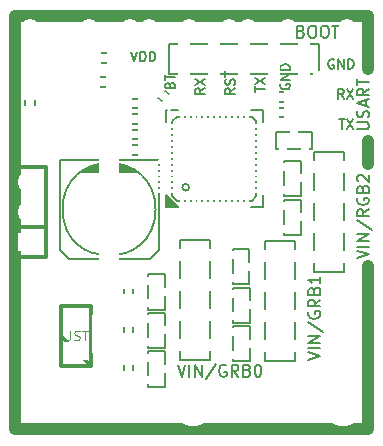
<source format=gto>
G04 #@! TF.FileFunction,Legend,Top*
%FSLAX46Y46*%
G04 Gerber Fmt 4.6, Leading zero omitted, Abs format (unit mm)*
G04 Created by KiCad (PCBNEW (2015-03-13 BZR 5510)-product) date tis  3 nov 2015 15:17:31*
%MOMM*%
G01*
G04 APERTURE LIST*
%ADD10C,0.100000*%
%ADD11C,1.000000*%
%ADD12C,0.150000*%
%ADD13C,0.200000*%
%ADD14C,0.198120*%
%ADD15C,0.127000*%
%ADD16C,0.149860*%
%ADD17C,0.304800*%
%ADD18R,3.550000X1.120000*%
%ADD19O,4.100500X2.098980*%
%ADD20O,2.098980X4.100500*%
%ADD21O,2.098980X4.600880*%
%ADD22O,1.400000X1.900000*%
%ADD23R,1.120000X3.550000*%
%ADD24R,1.700200X4.100500*%
%ADD25R,0.999160X1.100760*%
%ADD26R,1.100760X0.699440*%
%ADD27R,0.699440X1.100760*%
%ADD28R,1.100760X0.999160*%
%ADD29C,3.100000*%
%ADD30R,0.399720X1.400480*%
%ADD31R,1.400480X0.399720*%
%ADD32R,2.299640X1.624000*%
%ADD33O,2.299640X1.624000*%
G04 APERTURE END LIST*
D10*
D11*
X148320000Y-110240000D02*
X148320000Y-107210000D01*
X148320000Y-97440000D02*
X148320000Y-98560000D01*
X122260000Y-118260000D02*
X122810000Y-118260000D01*
X148320000Y-97670000D02*
X148320000Y-96580000D01*
X148320000Y-120990000D02*
X148320000Y-109560000D01*
X148320000Y-97490000D02*
X148320000Y-96980000D01*
X148320000Y-86020000D02*
X148320000Y-90450000D01*
X118400000Y-86020000D02*
X148320000Y-86020000D01*
X118400000Y-121010000D02*
X118400000Y-86020000D01*
X148320000Y-121010000D02*
X118400000Y-121010000D01*
X148320000Y-120880000D02*
X148320000Y-121010000D01*
D12*
X131512857Y-91837619D02*
X131550952Y-91723333D01*
X131589048Y-91685238D01*
X131665238Y-91647143D01*
X131779524Y-91647143D01*
X131855714Y-91685238D01*
X131893810Y-91723333D01*
X131931905Y-91799524D01*
X131931905Y-92104286D01*
X131131905Y-92104286D01*
X131131905Y-91837619D01*
X131170000Y-91761429D01*
X131208095Y-91723333D01*
X131284286Y-91685238D01*
X131360476Y-91685238D01*
X131436667Y-91723333D01*
X131474762Y-91761429D01*
X131512857Y-91837619D01*
X131512857Y-92104286D01*
X131131905Y-91418572D02*
X131131905Y-90961429D01*
X131931905Y-91190000D02*
X131131905Y-91190000D01*
X137011905Y-92138095D02*
X136630952Y-92404762D01*
X137011905Y-92595238D02*
X136211905Y-92595238D01*
X136211905Y-92290476D01*
X136250000Y-92214285D01*
X136288095Y-92176190D01*
X136364286Y-92138095D01*
X136478571Y-92138095D01*
X136554762Y-92176190D01*
X136592857Y-92214285D01*
X136630952Y-92290476D01*
X136630952Y-92595238D01*
X136973810Y-91833333D02*
X137011905Y-91719047D01*
X137011905Y-91528571D01*
X136973810Y-91452381D01*
X136935714Y-91414285D01*
X136859524Y-91376190D01*
X136783333Y-91376190D01*
X136707143Y-91414285D01*
X136669048Y-91452381D01*
X136630952Y-91528571D01*
X136592857Y-91680952D01*
X136554762Y-91757143D01*
X136516667Y-91795238D01*
X136440476Y-91833333D01*
X136364286Y-91833333D01*
X136288095Y-91795238D01*
X136250000Y-91757143D01*
X136211905Y-91680952D01*
X136211905Y-91490476D01*
X136250000Y-91376190D01*
X136211905Y-91147619D02*
X136211905Y-90690476D01*
X137011905Y-90919047D02*
X136211905Y-90919047D01*
X134471905Y-92123333D02*
X134090952Y-92390000D01*
X134471905Y-92580476D02*
X133671905Y-92580476D01*
X133671905Y-92275714D01*
X133710000Y-92199523D01*
X133748095Y-92161428D01*
X133824286Y-92123333D01*
X133938571Y-92123333D01*
X134014762Y-92161428D01*
X134052857Y-92199523D01*
X134090952Y-92275714D01*
X134090952Y-92580476D01*
X133671905Y-91856666D02*
X134471905Y-91323333D01*
X133671905Y-91323333D02*
X134471905Y-91856666D01*
X138731905Y-92419524D02*
X138731905Y-91962381D01*
X139531905Y-92190952D02*
X138731905Y-92190952D01*
X138731905Y-91771904D02*
X139531905Y-91238571D01*
X138731905Y-91238571D02*
X139531905Y-91771904D01*
X140910000Y-91769523D02*
X140871905Y-91845714D01*
X140871905Y-91959999D01*
X140910000Y-92074285D01*
X140986190Y-92150476D01*
X141062381Y-92188571D01*
X141214762Y-92226666D01*
X141329048Y-92226666D01*
X141481429Y-92188571D01*
X141557619Y-92150476D01*
X141633810Y-92074285D01*
X141671905Y-91959999D01*
X141671905Y-91883809D01*
X141633810Y-91769523D01*
X141595714Y-91731428D01*
X141329048Y-91731428D01*
X141329048Y-91883809D01*
X141671905Y-91388571D02*
X140871905Y-91388571D01*
X141671905Y-90931428D01*
X140871905Y-90931428D01*
X141671905Y-90550476D02*
X140871905Y-90550476D01*
X140871905Y-90360000D01*
X140910000Y-90245714D01*
X140986190Y-90169523D01*
X141062381Y-90131428D01*
X141214762Y-90093333D01*
X141329048Y-90093333D01*
X141481429Y-90131428D01*
X141557619Y-90169523D01*
X141633810Y-90245714D01*
X141671905Y-90360000D01*
X141671905Y-90550476D01*
X145850476Y-94761905D02*
X146307619Y-94761905D01*
X146079048Y-95561905D02*
X146079048Y-94761905D01*
X146498096Y-94761905D02*
X147031429Y-95561905D01*
X147031429Y-94761905D02*
X146498096Y-95561905D01*
X146236667Y-93001905D02*
X145970000Y-92620952D01*
X145779524Y-93001905D02*
X145779524Y-92201905D01*
X146084286Y-92201905D01*
X146160477Y-92240000D01*
X146198572Y-92278095D01*
X146236667Y-92354286D01*
X146236667Y-92468571D01*
X146198572Y-92544762D01*
X146160477Y-92582857D01*
X146084286Y-92620952D01*
X145779524Y-92620952D01*
X146503334Y-92201905D02*
X147036667Y-93001905D01*
X147036667Y-92201905D02*
X146503334Y-93001905D01*
X145380477Y-89700000D02*
X145304286Y-89661905D01*
X145190001Y-89661905D01*
X145075715Y-89700000D01*
X144999524Y-89776190D01*
X144961429Y-89852381D01*
X144923334Y-90004762D01*
X144923334Y-90119048D01*
X144961429Y-90271429D01*
X144999524Y-90347619D01*
X145075715Y-90423810D01*
X145190001Y-90461905D01*
X145266191Y-90461905D01*
X145380477Y-90423810D01*
X145418572Y-90385714D01*
X145418572Y-90119048D01*
X145266191Y-90119048D01*
X145761429Y-90461905D02*
X145761429Y-89661905D01*
X146218572Y-90461905D01*
X146218572Y-89661905D01*
X146599524Y-90461905D02*
X146599524Y-89661905D01*
X146790000Y-89661905D01*
X146904286Y-89700000D01*
X146980477Y-89776190D01*
X147018572Y-89852381D01*
X147056667Y-90004762D01*
X147056667Y-90119048D01*
X147018572Y-90271429D01*
X146980477Y-90347619D01*
X146904286Y-90423810D01*
X146790000Y-90461905D01*
X146599524Y-90461905D01*
D13*
X144100000Y-89880000D02*
X144100000Y-90920000D01*
X144100000Y-90920000D02*
X143960000Y-90920000D01*
X131400000Y-90920000D02*
X143980000Y-90920000D01*
X131400000Y-88380000D02*
X131400000Y-90920000D01*
D14*
X131400000Y-88380000D02*
X144100000Y-88380000D01*
X144100000Y-89880000D02*
X144100000Y-88380000D01*
X131400000Y-88380000D02*
X131400000Y-89880000D01*
D15*
X127376000Y-98560000D02*
X125344000Y-98560000D01*
X124963000Y-98687000D02*
X127757000Y-98687000D01*
X128011000Y-98814000D02*
X124709000Y-98814000D01*
X124455000Y-98941000D02*
X128265000Y-98941000D01*
X124328000Y-99068000D02*
X128392000Y-99068000D01*
X128646000Y-99195000D02*
X124074000Y-99195000D01*
X130297000Y-102370000D02*
G75*
G03X130297000Y-102370000I-3937000J0D01*
G01*
X130551000Y-98179000D02*
X122169000Y-98179000D01*
X122169000Y-98179000D02*
X122169000Y-105799000D01*
X122169000Y-105799000D02*
X122931000Y-106561000D01*
X122931000Y-106561000D02*
X129789000Y-106561000D01*
X129789000Y-106561000D02*
X130551000Y-105799000D01*
X130551000Y-105799000D02*
X130551000Y-98179000D01*
X126360000Y-106053000D02*
X126360000Y-105291000D01*
X126741000Y-105672000D02*
X125979000Y-105672000D01*
X140411200Y-93763600D02*
X140411200Y-94576400D01*
X141528800Y-94551000D02*
X141528800Y-93763600D01*
X141782800Y-94576400D02*
X140157200Y-94576400D01*
X140157200Y-94576400D02*
X140157200Y-93763600D01*
X140157200Y-93763600D02*
X141782800Y-93763600D01*
X141782800Y-93763600D02*
X141782800Y-94576400D01*
X131077763Y-93452499D02*
X131652499Y-92877763D01*
X130844276Y-92105461D02*
X130287501Y-92662237D01*
X130682632Y-91907895D02*
X131832105Y-93057368D01*
X131832105Y-93057368D02*
X131257368Y-93632105D01*
X131257368Y-93632105D02*
X130107895Y-92482632D01*
X130107895Y-92482632D02*
X130682632Y-91907895D01*
X129671500Y-116832500D02*
X129011100Y-116832500D01*
X129671500Y-114927500D02*
X129011100Y-114927500D01*
X131068500Y-115880000D02*
X131728900Y-115880000D01*
X131068500Y-114381400D02*
X131068500Y-117378600D01*
X131068500Y-117378600D02*
X129671500Y-117378600D01*
X129671500Y-117378600D02*
X129671500Y-114381400D01*
X129671500Y-114381400D02*
X131068500Y-114381400D01*
X129671500Y-113572500D02*
X129011100Y-113572500D01*
X129671500Y-111667500D02*
X129011100Y-111667500D01*
X131068500Y-112620000D02*
X131728900Y-112620000D01*
X131068500Y-111121400D02*
X131068500Y-114118600D01*
X131068500Y-114118600D02*
X129671500Y-114118600D01*
X129671500Y-114118600D02*
X129671500Y-111121400D01*
X129671500Y-111121400D02*
X131068500Y-111121400D01*
X129671500Y-110322500D02*
X129011100Y-110322500D01*
X129671500Y-108417500D02*
X129011100Y-108417500D01*
X131068500Y-109370000D02*
X131728900Y-109370000D01*
X131068500Y-107871400D02*
X131068500Y-110868600D01*
X131068500Y-110868600D02*
X129671500Y-110868600D01*
X129671500Y-110868600D02*
X129671500Y-107871400D01*
X129671500Y-107871400D02*
X131068500Y-107871400D01*
X136861500Y-114702500D02*
X136201100Y-114702500D01*
X136861500Y-112797500D02*
X136201100Y-112797500D01*
X138258500Y-113750000D02*
X138918900Y-113750000D01*
X138258500Y-112251400D02*
X138258500Y-115248600D01*
X138258500Y-115248600D02*
X136861500Y-115248600D01*
X136861500Y-115248600D02*
X136861500Y-112251400D01*
X136861500Y-112251400D02*
X138258500Y-112251400D01*
X136861500Y-111442500D02*
X136201100Y-111442500D01*
X136861500Y-109537500D02*
X136201100Y-109537500D01*
X138258500Y-110490000D02*
X138918900Y-110490000D01*
X138258500Y-108991400D02*
X138258500Y-111988600D01*
X138258500Y-111988600D02*
X136861500Y-111988600D01*
X136861500Y-111988600D02*
X136861500Y-108991400D01*
X136861500Y-108991400D02*
X138258500Y-108991400D01*
X136851500Y-108182500D02*
X136191100Y-108182500D01*
X136851500Y-106277500D02*
X136191100Y-106277500D01*
X138248500Y-107230000D02*
X138908900Y-107230000D01*
X138248500Y-105731400D02*
X138248500Y-108728600D01*
X138248500Y-108728600D02*
X136851500Y-108728600D01*
X136851500Y-108728600D02*
X136851500Y-105731400D01*
X136851500Y-105731400D02*
X138248500Y-105731400D01*
X141191500Y-104012500D02*
X140531100Y-104012500D01*
X141191500Y-102107500D02*
X140531100Y-102107500D01*
X142588500Y-103060000D02*
X143248900Y-103060000D01*
X142588500Y-101561400D02*
X142588500Y-104558600D01*
X142588500Y-104558600D02*
X141191500Y-104558600D01*
X141191500Y-104558600D02*
X141191500Y-101561400D01*
X141191500Y-101561400D02*
X142588500Y-101561400D01*
X141181500Y-100712500D02*
X140521100Y-100712500D01*
X141181500Y-98807500D02*
X140521100Y-98807500D01*
X142578500Y-99760000D02*
X143238900Y-99760000D01*
X142578500Y-98261400D02*
X142578500Y-101258600D01*
X142578500Y-101258600D02*
X141181500Y-101258600D01*
X141181500Y-101258600D02*
X141181500Y-98261400D01*
X141181500Y-98261400D02*
X142578500Y-98261400D01*
X142972500Y-97228500D02*
X142972500Y-97888900D01*
X141067500Y-97228500D02*
X141067500Y-97888900D01*
X142020000Y-95831500D02*
X142020000Y-95171100D01*
X140521400Y-95831500D02*
X143518600Y-95831500D01*
X143518600Y-95831500D02*
X143518600Y-97228500D01*
X143518600Y-97228500D02*
X140521400Y-97228500D01*
X140521400Y-97228500D02*
X140521400Y-95831500D01*
X140411200Y-92433600D02*
X140411200Y-93246400D01*
X141528800Y-93221000D02*
X141528800Y-92433600D01*
X141782800Y-93246400D02*
X140157200Y-93246400D01*
X140157200Y-93246400D02*
X140157200Y-92433600D01*
X140157200Y-92433600D02*
X141782800Y-92433600D01*
X141782800Y-92433600D02*
X141782800Y-93246400D01*
X119263600Y-93898800D02*
X120076400Y-93898800D01*
X120051000Y-92781200D02*
X119263600Y-92781200D01*
X120076400Y-92527200D02*
X120076400Y-94152800D01*
X120076400Y-94152800D02*
X119263600Y-94152800D01*
X119263600Y-94152800D02*
X119263600Y-92527200D01*
X119263600Y-92527200D02*
X120076400Y-92527200D01*
X126458800Y-89976400D02*
X126458800Y-89163600D01*
X125341200Y-89189000D02*
X125341200Y-89976400D01*
X125087200Y-89163600D02*
X126712800Y-89163600D01*
X126712800Y-89163600D02*
X126712800Y-89976400D01*
X126712800Y-89976400D02*
X125087200Y-89976400D01*
X125087200Y-89976400D02*
X125087200Y-89163600D01*
X129108800Y-93806400D02*
X129108800Y-92993600D01*
X127991200Y-93019000D02*
X127991200Y-93806400D01*
X127737200Y-92993600D02*
X129362800Y-92993600D01*
X129362800Y-92993600D02*
X129362800Y-93806400D01*
X129362800Y-93806400D02*
X127737200Y-93806400D01*
X127737200Y-93806400D02*
X127737200Y-92993600D01*
X129108800Y-96426400D02*
X129108800Y-95613600D01*
X127991200Y-95639000D02*
X127991200Y-96426400D01*
X127737200Y-95613600D02*
X129362800Y-95613600D01*
X129362800Y-95613600D02*
X129362800Y-96426400D01*
X129362800Y-96426400D02*
X127737200Y-96426400D01*
X127737200Y-96426400D02*
X127737200Y-95613600D01*
X126418800Y-91996400D02*
X126418800Y-91183600D01*
X125301200Y-91209000D02*
X125301200Y-91996400D01*
X125047200Y-91183600D02*
X126672800Y-91183600D01*
X126672800Y-91183600D02*
X126672800Y-91996400D01*
X126672800Y-91996400D02*
X125047200Y-91996400D01*
X125047200Y-91996400D02*
X125047200Y-91183600D01*
X129108800Y-95116400D02*
X129108800Y-94303600D01*
X127991200Y-94329000D02*
X127991200Y-95116400D01*
X127737200Y-94303600D02*
X129362800Y-94303600D01*
X129362800Y-94303600D02*
X129362800Y-95116400D01*
X129362800Y-95116400D02*
X127737200Y-95116400D01*
X127737200Y-95116400D02*
X127737200Y-94303600D01*
X129108800Y-97746400D02*
X129108800Y-96933600D01*
X127991200Y-96959000D02*
X127991200Y-97746400D01*
X127737200Y-96933600D02*
X129362800Y-96933600D01*
X129362800Y-96933600D02*
X129362800Y-97746400D01*
X129362800Y-97746400D02*
X127737200Y-97746400D01*
X127737200Y-97746400D02*
X127737200Y-96933600D01*
X128396400Y-115271200D02*
X127583600Y-115271200D01*
X127609000Y-116388800D02*
X128396400Y-116388800D01*
X127583600Y-116642800D02*
X127583600Y-115017200D01*
X127583600Y-115017200D02*
X128396400Y-115017200D01*
X128396400Y-115017200D02*
X128396400Y-116642800D01*
X128396400Y-116642800D02*
X127583600Y-116642800D01*
X128396400Y-112011200D02*
X127583600Y-112011200D01*
X127609000Y-113128800D02*
X128396400Y-113128800D01*
X127583600Y-113382800D02*
X127583600Y-111757200D01*
X127583600Y-111757200D02*
X128396400Y-111757200D01*
X128396400Y-111757200D02*
X128396400Y-113382800D01*
X128396400Y-113382800D02*
X127583600Y-113382800D01*
X128396400Y-108761200D02*
X127583600Y-108761200D01*
X127609000Y-109878800D02*
X128396400Y-109878800D01*
X127583600Y-110132800D02*
X127583600Y-108507200D01*
X127583600Y-108507200D02*
X128396400Y-108507200D01*
X128396400Y-108507200D02*
X128396400Y-110132800D01*
X128396400Y-110132800D02*
X127583600Y-110132800D01*
D16*
X131160440Y-101988900D02*
X131361100Y-102189560D01*
X131559220Y-102189560D02*
X131160440Y-101790780D01*
X131160440Y-101590120D02*
X131759880Y-102189560D01*
X131960540Y-102189560D02*
X131160440Y-101389460D01*
X132161200Y-102189560D02*
X131160440Y-102189560D01*
X131160440Y-102189560D02*
X131160440Y-101188800D01*
X131160440Y-101188800D02*
X132161200Y-102189560D01*
X139359560Y-101188800D02*
X139359560Y-102189560D01*
X139359560Y-102189560D02*
X138358800Y-102189560D01*
X138358800Y-93990440D02*
X139359560Y-93990440D01*
X139359560Y-93990440D02*
X139359560Y-94991200D01*
X131160440Y-94991200D02*
X131160440Y-93990440D01*
X131160440Y-93990440D02*
X132161200Y-93990440D01*
D15*
X133130981Y-100503000D02*
G75*
G03X133130981Y-100503000I-283981J0D01*
G01*
X138816000Y-101265000D02*
X138435000Y-101646000D01*
X138435000Y-101646000D02*
X132085000Y-101646000D01*
X132085000Y-101646000D02*
X131704000Y-101265000D01*
X131704000Y-101265000D02*
X131704000Y-94915000D01*
X131704000Y-94915000D02*
X132085000Y-94534000D01*
X132085000Y-94534000D02*
X138435000Y-94534000D01*
X138435000Y-94534000D02*
X138816000Y-94915000D01*
X138816000Y-94915000D02*
X138816000Y-101265000D01*
D14*
X134890000Y-104960000D02*
X134890000Y-115120000D01*
X132370000Y-115120000D02*
X132370000Y-104960000D01*
X132380000Y-104960000D02*
X134880000Y-104960000D01*
X132370000Y-115120000D02*
X134870000Y-115120000D01*
X142080000Y-105060000D02*
X142080000Y-115220000D01*
X139560000Y-115220000D02*
X139560000Y-105060000D01*
X139570000Y-105060000D02*
X142070000Y-105060000D01*
X139560000Y-115220000D02*
X142060000Y-115220000D01*
X146230000Y-97480000D02*
X146230000Y-107640000D01*
X143710000Y-107640000D02*
X143710000Y-97480000D01*
X143720000Y-97480000D02*
X146220000Y-97480000D01*
X143710000Y-107640000D02*
X146210000Y-107640000D01*
D17*
X120990000Y-103900000D02*
X118450000Y-103900000D01*
X118450000Y-106440000D02*
X118450000Y-98820000D01*
X118450000Y-98820000D02*
X120990000Y-98820000D01*
X120990000Y-98820000D02*
X120990000Y-106440000D01*
X120990000Y-106440000D02*
X118450000Y-106440000D01*
X124850000Y-115670000D02*
X122310000Y-113130000D01*
X124850000Y-110590000D02*
X124850000Y-115670000D01*
X122310000Y-115670000D02*
X122310000Y-110590000D01*
X124850000Y-115670000D02*
X122310000Y-115670000D01*
X122310000Y-110590000D02*
X124850000Y-110590000D01*
D12*
X128213333Y-89031905D02*
X128480000Y-89831905D01*
X128746667Y-89031905D01*
X129013333Y-89831905D02*
X129013333Y-89031905D01*
X129203809Y-89031905D01*
X129318095Y-89070000D01*
X129394286Y-89146190D01*
X129432381Y-89222381D01*
X129470476Y-89374762D01*
X129470476Y-89489048D01*
X129432381Y-89641429D01*
X129394286Y-89717619D01*
X129318095Y-89793810D01*
X129203809Y-89831905D01*
X129013333Y-89831905D01*
X129813333Y-89831905D02*
X129813333Y-89031905D01*
X130003809Y-89031905D01*
X130118095Y-89070000D01*
X130194286Y-89146190D01*
X130232381Y-89222381D01*
X130270476Y-89374762D01*
X130270476Y-89489048D01*
X130232381Y-89641429D01*
X130194286Y-89717619D01*
X130118095Y-89793810D01*
X130003809Y-89831905D01*
X129813333Y-89831905D01*
D13*
X142622858Y-87308571D02*
X142765715Y-87356190D01*
X142813334Y-87403810D01*
X142860953Y-87499048D01*
X142860953Y-87641905D01*
X142813334Y-87737143D01*
X142765715Y-87784762D01*
X142670477Y-87832381D01*
X142289524Y-87832381D01*
X142289524Y-86832381D01*
X142622858Y-86832381D01*
X142718096Y-86880000D01*
X142765715Y-86927619D01*
X142813334Y-87022857D01*
X142813334Y-87118095D01*
X142765715Y-87213333D01*
X142718096Y-87260952D01*
X142622858Y-87308571D01*
X142289524Y-87308571D01*
X143480000Y-86832381D02*
X143670477Y-86832381D01*
X143765715Y-86880000D01*
X143860953Y-86975238D01*
X143908572Y-87165714D01*
X143908572Y-87499048D01*
X143860953Y-87689524D01*
X143765715Y-87784762D01*
X143670477Y-87832381D01*
X143480000Y-87832381D01*
X143384762Y-87784762D01*
X143289524Y-87689524D01*
X143241905Y-87499048D01*
X143241905Y-87165714D01*
X143289524Y-86975238D01*
X143384762Y-86880000D01*
X143480000Y-86832381D01*
X144527619Y-86832381D02*
X144718096Y-86832381D01*
X144813334Y-86880000D01*
X144908572Y-86975238D01*
X144956191Y-87165714D01*
X144956191Y-87499048D01*
X144908572Y-87689524D01*
X144813334Y-87784762D01*
X144718096Y-87832381D01*
X144527619Y-87832381D01*
X144432381Y-87784762D01*
X144337143Y-87689524D01*
X144289524Y-87499048D01*
X144289524Y-87165714D01*
X144337143Y-86975238D01*
X144432381Y-86880000D01*
X144527619Y-86832381D01*
X145241905Y-86832381D02*
X145813334Y-86832381D01*
X145527619Y-87832381D02*
X145527619Y-86832381D01*
X147372381Y-95591429D02*
X148181905Y-95591429D01*
X148277143Y-95543810D01*
X148324762Y-95496191D01*
X148372381Y-95400953D01*
X148372381Y-95210476D01*
X148324762Y-95115238D01*
X148277143Y-95067619D01*
X148181905Y-95020000D01*
X147372381Y-95020000D01*
X148324762Y-94591429D02*
X148372381Y-94448572D01*
X148372381Y-94210476D01*
X148324762Y-94115238D01*
X148277143Y-94067619D01*
X148181905Y-94020000D01*
X148086667Y-94020000D01*
X147991429Y-94067619D01*
X147943810Y-94115238D01*
X147896190Y-94210476D01*
X147848571Y-94400953D01*
X147800952Y-94496191D01*
X147753333Y-94543810D01*
X147658095Y-94591429D01*
X147562857Y-94591429D01*
X147467619Y-94543810D01*
X147420000Y-94496191D01*
X147372381Y-94400953D01*
X147372381Y-94162857D01*
X147420000Y-94020000D01*
X148086667Y-93639048D02*
X148086667Y-93162857D01*
X148372381Y-93734286D02*
X147372381Y-93400953D01*
X148372381Y-93067619D01*
X148372381Y-92162857D02*
X147896190Y-92496191D01*
X148372381Y-92734286D02*
X147372381Y-92734286D01*
X147372381Y-92353333D01*
X147420000Y-92258095D01*
X147467619Y-92210476D01*
X147562857Y-92162857D01*
X147705714Y-92162857D01*
X147800952Y-92210476D01*
X147848571Y-92258095D01*
X147896190Y-92353333D01*
X147896190Y-92734286D01*
X147372381Y-91877143D02*
X147372381Y-91305714D01*
X148372381Y-91591429D02*
X147372381Y-91591429D01*
X132164762Y-115532381D02*
X132498095Y-116532381D01*
X132831429Y-115532381D01*
X133164762Y-116532381D02*
X133164762Y-115532381D01*
X133640952Y-116532381D02*
X133640952Y-115532381D01*
X134212381Y-116532381D01*
X134212381Y-115532381D01*
X135402857Y-115484762D02*
X134545714Y-116770476D01*
X136260000Y-115580000D02*
X136164762Y-115532381D01*
X136021905Y-115532381D01*
X135879047Y-115580000D01*
X135783809Y-115675238D01*
X135736190Y-115770476D01*
X135688571Y-115960952D01*
X135688571Y-116103810D01*
X135736190Y-116294286D01*
X135783809Y-116389524D01*
X135879047Y-116484762D01*
X136021905Y-116532381D01*
X136117143Y-116532381D01*
X136260000Y-116484762D01*
X136307619Y-116437143D01*
X136307619Y-116103810D01*
X136117143Y-116103810D01*
X137307619Y-116532381D02*
X136974285Y-116056190D01*
X136736190Y-116532381D02*
X136736190Y-115532381D01*
X137117143Y-115532381D01*
X137212381Y-115580000D01*
X137260000Y-115627619D01*
X137307619Y-115722857D01*
X137307619Y-115865714D01*
X137260000Y-115960952D01*
X137212381Y-116008571D01*
X137117143Y-116056190D01*
X136736190Y-116056190D01*
X138069524Y-116008571D02*
X138212381Y-116056190D01*
X138260000Y-116103810D01*
X138307619Y-116199048D01*
X138307619Y-116341905D01*
X138260000Y-116437143D01*
X138212381Y-116484762D01*
X138117143Y-116532381D01*
X137736190Y-116532381D01*
X137736190Y-115532381D01*
X138069524Y-115532381D01*
X138164762Y-115580000D01*
X138212381Y-115627619D01*
X138260000Y-115722857D01*
X138260000Y-115818095D01*
X138212381Y-115913333D01*
X138164762Y-115960952D01*
X138069524Y-116008571D01*
X137736190Y-116008571D01*
X138926666Y-115532381D02*
X139021905Y-115532381D01*
X139117143Y-115580000D01*
X139164762Y-115627619D01*
X139212381Y-115722857D01*
X139260000Y-115913333D01*
X139260000Y-116151429D01*
X139212381Y-116341905D01*
X139164762Y-116437143D01*
X139117143Y-116484762D01*
X139021905Y-116532381D01*
X138926666Y-116532381D01*
X138831428Y-116484762D01*
X138783809Y-116437143D01*
X138736190Y-116341905D01*
X138688571Y-116151429D01*
X138688571Y-115913333D01*
X138736190Y-115722857D01*
X138783809Y-115627619D01*
X138831428Y-115580000D01*
X138926666Y-115532381D01*
X143232381Y-115155238D02*
X144232381Y-114821905D01*
X143232381Y-114488571D01*
X144232381Y-114155238D02*
X143232381Y-114155238D01*
X144232381Y-113679048D02*
X143232381Y-113679048D01*
X144232381Y-113107619D01*
X143232381Y-113107619D01*
X143184762Y-111917143D02*
X144470476Y-112774286D01*
X143280000Y-111060000D02*
X143232381Y-111155238D01*
X143232381Y-111298095D01*
X143280000Y-111440953D01*
X143375238Y-111536191D01*
X143470476Y-111583810D01*
X143660952Y-111631429D01*
X143803810Y-111631429D01*
X143994286Y-111583810D01*
X144089524Y-111536191D01*
X144184762Y-111440953D01*
X144232381Y-111298095D01*
X144232381Y-111202857D01*
X144184762Y-111060000D01*
X144137143Y-111012381D01*
X143803810Y-111012381D01*
X143803810Y-111202857D01*
X144232381Y-110012381D02*
X143756190Y-110345715D01*
X144232381Y-110583810D02*
X143232381Y-110583810D01*
X143232381Y-110202857D01*
X143280000Y-110107619D01*
X143327619Y-110060000D01*
X143422857Y-110012381D01*
X143565714Y-110012381D01*
X143660952Y-110060000D01*
X143708571Y-110107619D01*
X143756190Y-110202857D01*
X143756190Y-110583810D01*
X143708571Y-109250476D02*
X143756190Y-109107619D01*
X143803810Y-109060000D01*
X143899048Y-109012381D01*
X144041905Y-109012381D01*
X144137143Y-109060000D01*
X144184762Y-109107619D01*
X144232381Y-109202857D01*
X144232381Y-109583810D01*
X143232381Y-109583810D01*
X143232381Y-109250476D01*
X143280000Y-109155238D01*
X143327619Y-109107619D01*
X143422857Y-109060000D01*
X143518095Y-109060000D01*
X143613333Y-109107619D01*
X143660952Y-109155238D01*
X143708571Y-109250476D01*
X143708571Y-109583810D01*
X144232381Y-108060000D02*
X144232381Y-108631429D01*
X144232381Y-108345715D02*
X143232381Y-108345715D01*
X143375238Y-108440953D01*
X143470476Y-108536191D01*
X143518095Y-108631429D01*
X147362381Y-106525238D02*
X148362381Y-106191905D01*
X147362381Y-105858571D01*
X148362381Y-105525238D02*
X147362381Y-105525238D01*
X148362381Y-105049048D02*
X147362381Y-105049048D01*
X148362381Y-104477619D01*
X147362381Y-104477619D01*
X147314762Y-103287143D02*
X148600476Y-104144286D01*
X148362381Y-102382381D02*
X147886190Y-102715715D01*
X148362381Y-102953810D02*
X147362381Y-102953810D01*
X147362381Y-102572857D01*
X147410000Y-102477619D01*
X147457619Y-102430000D01*
X147552857Y-102382381D01*
X147695714Y-102382381D01*
X147790952Y-102430000D01*
X147838571Y-102477619D01*
X147886190Y-102572857D01*
X147886190Y-102953810D01*
X147410000Y-101430000D02*
X147362381Y-101525238D01*
X147362381Y-101668095D01*
X147410000Y-101810953D01*
X147505238Y-101906191D01*
X147600476Y-101953810D01*
X147790952Y-102001429D01*
X147933810Y-102001429D01*
X148124286Y-101953810D01*
X148219524Y-101906191D01*
X148314762Y-101810953D01*
X148362381Y-101668095D01*
X148362381Y-101572857D01*
X148314762Y-101430000D01*
X148267143Y-101382381D01*
X147933810Y-101382381D01*
X147933810Y-101572857D01*
X147838571Y-100620476D02*
X147886190Y-100477619D01*
X147933810Y-100430000D01*
X148029048Y-100382381D01*
X148171905Y-100382381D01*
X148267143Y-100430000D01*
X148314762Y-100477619D01*
X148362381Y-100572857D01*
X148362381Y-100953810D01*
X147362381Y-100953810D01*
X147362381Y-100620476D01*
X147410000Y-100525238D01*
X147457619Y-100477619D01*
X147552857Y-100430000D01*
X147648095Y-100430000D01*
X147743333Y-100477619D01*
X147790952Y-100525238D01*
X147838571Y-100620476D01*
X147838571Y-100953810D01*
X147457619Y-100001429D02*
X147410000Y-99953810D01*
X147362381Y-99858572D01*
X147362381Y-99620476D01*
X147410000Y-99525238D01*
X147457619Y-99477619D01*
X147552857Y-99430000D01*
X147648095Y-99430000D01*
X147790952Y-99477619D01*
X148362381Y-100049048D01*
X148362381Y-99430000D01*
D10*
X123068572Y-112651905D02*
X123068572Y-113223333D01*
X123030476Y-113337619D01*
X122954286Y-113413810D01*
X122840000Y-113451905D01*
X122763810Y-113451905D01*
X123411429Y-113413810D02*
X123525715Y-113451905D01*
X123716191Y-113451905D01*
X123792381Y-113413810D01*
X123830477Y-113375714D01*
X123868572Y-113299524D01*
X123868572Y-113223333D01*
X123830477Y-113147143D01*
X123792381Y-113109048D01*
X123716191Y-113070952D01*
X123563810Y-113032857D01*
X123487619Y-112994762D01*
X123449524Y-112956667D01*
X123411429Y-112880476D01*
X123411429Y-112804286D01*
X123449524Y-112728095D01*
X123487619Y-112690000D01*
X123563810Y-112651905D01*
X123754286Y-112651905D01*
X123868572Y-112690000D01*
X124097143Y-112651905D02*
X124554286Y-112651905D01*
X124325715Y-113451905D02*
X124325715Y-112651905D01*
%LPC*%
D18*
X129260000Y-90590000D03*
D19*
X123160120Y-118270980D03*
D20*
X119908920Y-112970000D03*
D21*
X125910940Y-112970000D03*
D22*
X136540000Y-87220000D03*
X141540000Y-87220000D03*
X146540000Y-87220000D03*
X128160000Y-87220000D03*
X133160000Y-87220000D03*
X138160000Y-87220000D03*
X119700000Y-87220000D03*
X124700000Y-87220000D03*
X129700000Y-87220000D03*
D23*
X142830000Y-90005000D03*
X132670000Y-90005000D03*
X137750000Y-90005000D03*
X135210000Y-90005000D03*
X140290000Y-90005000D03*
D24*
X126360000Y-105420540D03*
X126360000Y-99319460D03*
D25*
X140218160Y-94170000D03*
X141721840Y-94170000D03*
D10*
G36*
X130759197Y-93337552D02*
X131537552Y-92559197D01*
X132244065Y-93265710D01*
X131465710Y-94044065D01*
X130759197Y-93337552D01*
X130759197Y-93337552D01*
G37*
G36*
X129695935Y-92274290D02*
X130474290Y-91495935D01*
X131180803Y-92202448D01*
X130402448Y-92980803D01*
X129695935Y-92274290D01*
X129695935Y-92274290D01*
G37*
D26*
X129313360Y-114927500D03*
X131426640Y-115880000D03*
X129313360Y-116832500D03*
X129313360Y-111667500D03*
X131426640Y-112620000D03*
X129313360Y-113572500D03*
X129313360Y-108417500D03*
X131426640Y-109370000D03*
X129313360Y-110322500D03*
X136503360Y-112797500D03*
X138616640Y-113750000D03*
X136503360Y-114702500D03*
X136503360Y-109537500D03*
X138616640Y-110490000D03*
X136503360Y-111442500D03*
X136493360Y-106277500D03*
X138606640Y-107230000D03*
X136493360Y-108182500D03*
X140833360Y-102107500D03*
X142946640Y-103060000D03*
X140833360Y-104012500D03*
X140823360Y-98807500D03*
X142936640Y-99760000D03*
X140823360Y-100712500D03*
D27*
X141067500Y-97586640D03*
X142020000Y-95473360D03*
X142972500Y-97586640D03*
D25*
X140218160Y-92840000D03*
X141721840Y-92840000D03*
D28*
X119670000Y-94091840D03*
X119670000Y-92588160D03*
D25*
X126651840Y-89570000D03*
X125148160Y-89570000D03*
X129301840Y-93400000D03*
X127798160Y-93400000D03*
X129301840Y-96020000D03*
X127798160Y-96020000D03*
X126611840Y-91590000D03*
X125108160Y-91590000D03*
X129301840Y-94710000D03*
X127798160Y-94710000D03*
X129301840Y-97340000D03*
X127798160Y-97340000D03*
D28*
X127990000Y-115078160D03*
X127990000Y-116581840D03*
X127990000Y-111818160D03*
X127990000Y-113321840D03*
X127990000Y-108568160D03*
X127990000Y-110071840D03*
D29*
X146150000Y-109460000D03*
X146150000Y-119200000D03*
X133500000Y-119200000D03*
D30*
X134010320Y-102189560D03*
X134510700Y-102189560D03*
X135011080Y-102189560D03*
X135508920Y-102189560D03*
X136009300Y-102189560D03*
X132509180Y-102189560D03*
X133009560Y-102189560D03*
X133509940Y-102189560D03*
D31*
X139359560Y-100840820D03*
X139359560Y-100340440D03*
X139359560Y-99840060D03*
X139359560Y-99339680D03*
X139359560Y-98839300D03*
X139359560Y-98338920D03*
X139359560Y-97841080D03*
X139359560Y-97340700D03*
D30*
X138010820Y-93990440D03*
X137510440Y-93990440D03*
X137010060Y-93990440D03*
X136509680Y-93990440D03*
X136009300Y-93990440D03*
X135508920Y-93990440D03*
X135011080Y-93990440D03*
X134510700Y-93990440D03*
D31*
X131160440Y-95339180D03*
X131160440Y-95839560D03*
X131160440Y-96339940D03*
X131160440Y-96840320D03*
X131160440Y-97340700D03*
X131160440Y-97841080D03*
X131160440Y-98338920D03*
X131160440Y-98839300D03*
D30*
X136509680Y-102189560D03*
X137010060Y-102189560D03*
X137510440Y-102189560D03*
X138010820Y-102189560D03*
D31*
X139359560Y-96840320D03*
X139359560Y-96339940D03*
X139359560Y-95839560D03*
X139359560Y-95339180D03*
D30*
X134010320Y-93990440D03*
X133509940Y-93990440D03*
X133009560Y-93990440D03*
X132509180Y-93990440D03*
D31*
X131160440Y-99339680D03*
X131160440Y-99840060D03*
X131160440Y-100340440D03*
X131160440Y-100840820D03*
D18*
X145390000Y-96290000D03*
X145390000Y-93750000D03*
X145390000Y-91210000D03*
X133995000Y-113850000D03*
X133995000Y-111310000D03*
X133995000Y-108770000D03*
X133995000Y-106230000D03*
X141185000Y-113950000D03*
X141185000Y-111410000D03*
X141185000Y-108870000D03*
X141185000Y-106330000D03*
X145335000Y-106370000D03*
X145335000Y-103830000D03*
X145335000Y-101290000D03*
X145335000Y-98750000D03*
D32*
X119720000Y-105170000D03*
D33*
X119720000Y-102630000D03*
X119720000Y-100090000D03*
D32*
X123580000Y-114400000D03*
D33*
X123580000Y-111860000D03*
M02*

</source>
